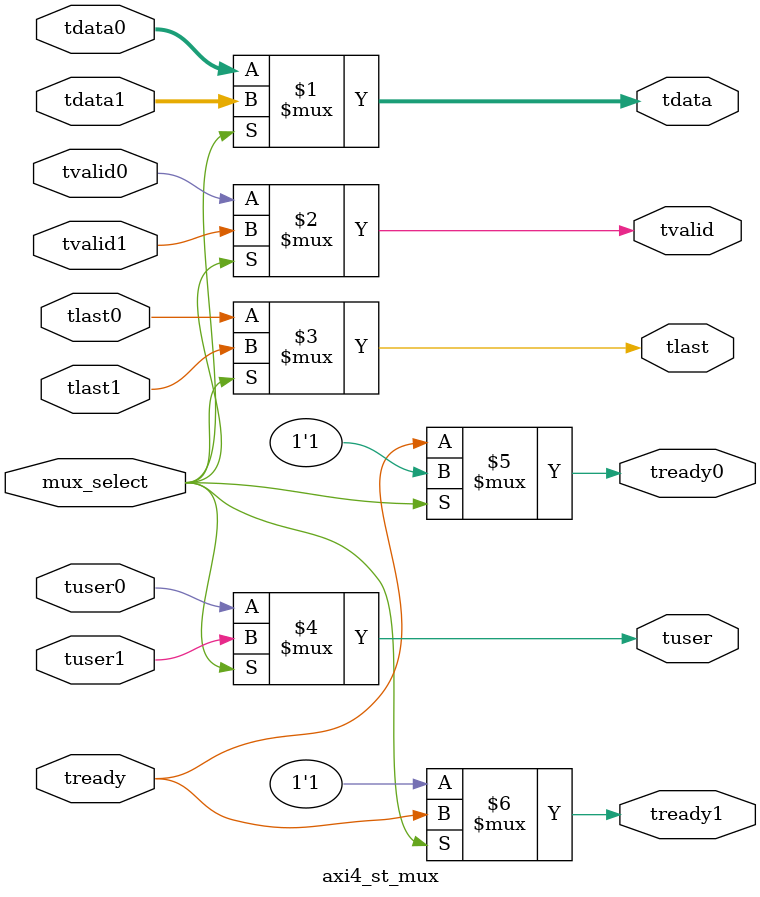
<source format=v>
`timescale 1 ns / 1 ns
module axi4_st_mux
(
//Globle Signals
input                           mux_select,
//Mux In 0 Interface
input           [7:0]           tdata0,
input                           tvalid0,
input                           tlast0,
input                           tuser0,
output  wire                    tready0,
//Mux In 1 Interface
input           [7:0]           tdata1,
input                           tvalid1,
input                           tlast1,
input                           tuser1,
output  wire                    tready1,
//Mux Out Interface
output  wire    [7:0]           tdata,
output  wire                    tvalid,
output  wire                    tlast,
output  wire                    tuser,
input                           tready
);

// Parameter Define 

// Register Define

// Wire Define 

/*----------------------------------------------------------------------------------*\
                                 The main code
\*----------------------------------------------------------------------------------*/

assign tdata = (mux_select) ? tdata1 : tdata0;
assign tvalid = (mux_select) ? tvalid1 : tvalid0;
assign tlast = (mux_select) ? tlast1 : tlast0;
assign tuser = (mux_select) ? tuser1 : tuser0;

assign tready0 = (mux_select) ? 1'b1 : tready;
assign tready1 = (mux_select) ? tready : 1'b1;


endmodule

</source>
